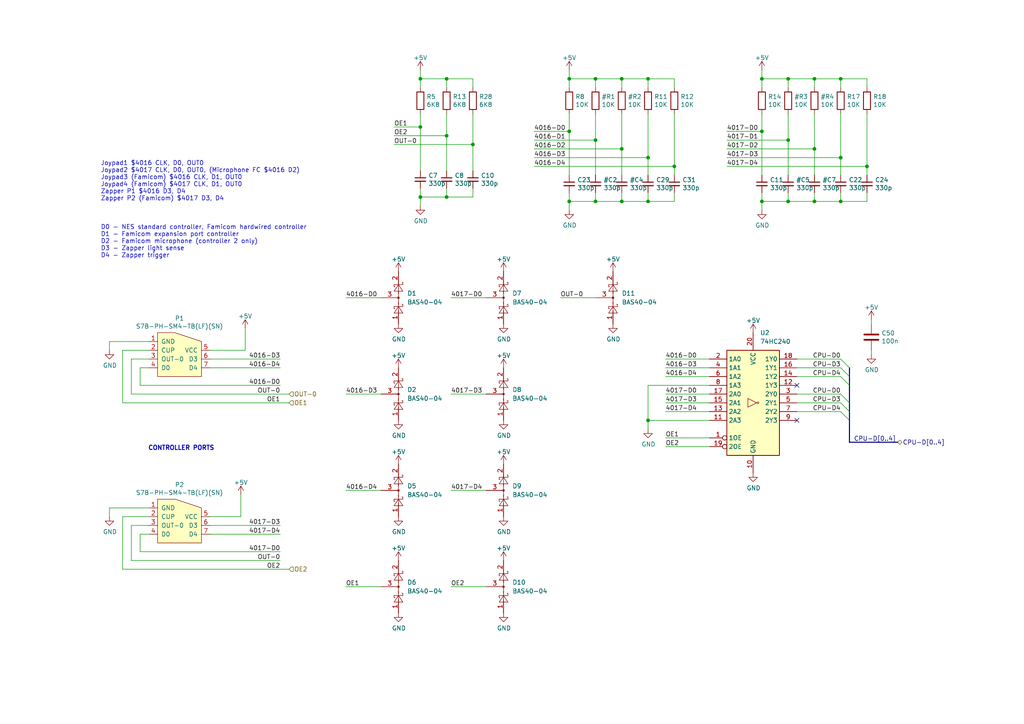
<source format=kicad_sch>
(kicad_sch (version 20211123) (generator eeschema)
  (paper "A4")
  (title_block (title "InGame-NES MMC3") (date "2022-08-10") (rev "2.1") (company "Late to the Game"))
  (lib_symbols
    (symbol "00Custom:NES-CONTROLLER_PORT" (pin_names (offset 1.016))
      (property "Reference" "P" (at -5.08 8.89 0))
      (property "Value" "NES-CONTROLLER_PORT" (at 0 -6.35 0))
      (symbol "NES-CONTROLLER_PORT_0_1"
        (polyline (pts (xy -6.35 7.62) (xy -6.35 -3.81)))
        (polyline (pts (xy -6.35 7.62) (xy -1.27 7.62) (xy 6.35 5.08) (xy 6.35 -5.08) (xy -6.35 -5.08) (xy -6.35 -3.81)) (fill (type background)))
      )
      (symbol "NES-CONTROLLER_PORT_1_1"
        (pin passive line (at -8.89 5.08 0) (length 2.54) (name "GND") (number "1"))
        (pin passive line (at -8.89 2.54 0) (length 2.54) (name "CUP") (number "2"))
        (pin passive line (at -8.89 0 0) (length 2.54) (name "OUT-0") (number "3"))
        (pin passive line (at -8.89 -2.54 0) (length 2.54) (name "D0") (number "4"))
        (pin passive line (at 8.89 2.54 180) (length 2.54) (name "VCC") (number "5"))
        (pin passive line (at 8.89 0 180) (length 2.54) (name "D3") (number "6"))
        (pin passive line (at 8.89 -2.54 180) (length 2.54) (name "D4") (number "7"))
      )
    )
    (symbol "74xx:74HC240"
      (property "Reference" "U" (at -7.62 16.51 0))
      (property "Value" "74HC240" (at -7.62 -16.51 0))
      (symbol "74HC240_1_0"
        (polyline (pts (xy 1.016 0) (xy -1.524 1.27) (xy -1.524 -1.27) (xy 1.016 0)) (stroke (width 0.1524)))
        (circle (center 1.397 0) (radius 0.254) (stroke (width 0.1524)))
        (pin input inverted (at -12.7 -10.16 0) (length 5.08) (name "1OE") (number "1"))
        (pin power_in line (at 0 -20.32 90) (length 5.08) (name "GND") (number "10"))
        (pin input line (at -12.7 -5.08 0) (length 5.08) (name "2A3") (number "11"))
        (pin tri_state line (at 12.7 5.08 180) (length 5.08) (name "1Y3") (number "12"))
        (pin input line (at -12.7 -2.54 0) (length 5.08) (name "2A2") (number "13"))
        (pin tri_state line (at 12.7 7.62 180) (length 5.08) (name "1Y2") (number "14"))
        (pin input line (at -12.7 0 0) (length 5.08) (name "2A1") (number "15"))
        (pin tri_state line (at 12.7 10.16 180) (length 5.08) (name "1Y1") (number "16"))
        (pin input line (at -12.7 2.54 0) (length 5.08) (name "2A0") (number "17"))
        (pin tri_state line (at 12.7 12.7 180) (length 5.08) (name "1Y0") (number "18"))
        (pin input inverted (at -12.7 -12.7 0) (length 5.08) (name "2OE") (number "19"))
        (pin input line (at -12.7 12.7 0) (length 5.08) (name "1A0") (number "2"))
        (pin power_in line (at 0 20.32 270) (length 5.08) (name "VCC") (number "20"))
        (pin tri_state line (at 12.7 2.54 180) (length 5.08) (name "2Y0") (number "3"))
        (pin input line (at -12.7 10.16 0) (length 5.08) (name "1A1") (number "4"))
        (pin tri_state line (at 12.7 0 180) (length 5.08) (name "2Y1") (number "5"))
        (pin input line (at -12.7 7.62 0) (length 5.08) (name "1A2") (number "6"))
        (pin tri_state line (at 12.7 -2.54 180) (length 5.08) (name "2Y2") (number "7"))
        (pin input line (at -12.7 5.08 0) (length 5.08) (name "1A3") (number "8"))
        (pin tri_state line (at 12.7 -5.08 180) (length 5.08) (name "2Y3") (number "9"))
      )
      (symbol "74HC240_1_1"
        (rectangle (start -7.62 15.24) (end 7.62 -15.24) (stroke (width 0.254)) (fill (type background)))
      )
    )
    (symbol "Connector_Generic:Conn_01x07" (pin_names (offset 1.016) hide)
      (property "Reference" "J" (at 0 10.16 0))
      (property "Value" "Conn_01x07" (at 0 -10.16 0))
      (symbol "Conn_01x07_1_1"
        (rectangle (start -1.27 -7.493) (end 0 -7.747) (stroke (width 0.1524)))
        (rectangle (start -1.27 -4.953) (end 0 -5.207) (stroke (width 0.1524)))
        (rectangle (start -1.27 -2.413) (end 0 -2.667) (stroke (width 0.1524)))
        (rectangle (start -1.27 0.127) (end 0 -0.127) (stroke (width 0.1524)))
        (rectangle (start -1.27 2.667) (end 0 2.413) (stroke (width 0.1524)))
        (rectangle (start -1.27 5.207) (end 0 4.953) (stroke (width 0.1524)))
        (rectangle (start -1.27 7.747) (end 0 7.493) (stroke (width 0.1524)))
        (rectangle (start -1.27 8.89) (end 1.27 -8.89) (stroke (width 0.254)) (fill (type background)))
        (pin passive line (at -5.08 7.62 0) (length 3.81) (name "Pin_1") (number "1"))
        (pin passive line (at -5.08 5.08 0) (length 3.81) (name "Pin_2") (number "2"))
        (pin passive line (at -5.08 2.54 0) (length 3.81) (name "Pin_3") (number "3"))
        (pin passive line (at -5.08 0 0) (length 3.81) (name "Pin_4") (number "4"))
        (pin passive line (at -5.08 -2.54 0) (length 3.81) (name "Pin_5") (number "5"))
        (pin passive line (at -5.08 -5.08 0) (length 3.81) (name "Pin_6") (number "6"))
        (pin passive line (at -5.08 -7.62 0) (length 3.81) (name "Pin_7") (number "7"))
      )
    )
    (symbol "Device:C" (pin_numbers hide) (pin_names (offset 0.254))
      (property "Reference" "C" (at 0.635 2.54 0))
      (property "Value" "C" (at 0.635 -2.54 0))
      (symbol "C_0_1"
        (polyline (pts (xy -2.032 -0.762) (xy 2.032 -0.762)) (stroke (width 0.508)))
        (polyline (pts (xy -2.032 0.762) (xy 2.032 0.762)) (stroke (width 0.508)))
      )
      (symbol "C_1_1"
        (pin passive line (at 0 3.81 270) (length 2.794) (name "~") (number "1"))
        (pin passive line (at 0 -3.81 90) (length 2.794) (name "~") (number "2"))
      )
    )
    (symbol "Device:C_Small" (pin_numbers hide) (pin_names (offset 0.254) hide)
      (property "Reference" "C" (at 0.254 1.778 0))
      (property "Value" "C_Small" (at 0.254 -2.032 0))
      (symbol "C_Small_0_1"
        (polyline (pts (xy -1.524 -0.508) (xy 1.524 -0.508)) (stroke (width 0.3302)))
        (polyline (pts (xy -1.524 0.508) (xy 1.524 0.508)) (stroke (width 0.3048)))
      )
      (symbol "C_Small_1_1"
        (pin passive line (at 0 2.54 270) (length 2.032) (name "~") (number "1"))
        (pin passive line (at 0 -2.54 90) (length 2.032) (name "~") (number "2"))
      )
    )
    (symbol "Device:R" (pin_numbers hide) (pin_names (offset 0))
      (property "Reference" "R" (at 2.032 0 90))
      (property "Value" "R" (at 0 0 90))
      (symbol "R_0_1"
        (rectangle (start -1.016 -2.54) (end 1.016 2.54) (stroke (width 0.254)))
      )
      (symbol "R_1_1"
        (pin passive line (at 0 3.81 270) (length 1.27) (name "~") (number "1"))
        (pin passive line (at 0 -3.81 90) (length 1.27) (name "~") (number "2"))
      )
    )
    (symbol "Diode:BAS40-04" (pin_names (offset 1.016))
      (property "Reference" "D" (at 0.635 -1.27 0))
      (property "Value" "BAS40-04" (at -6.35 5.715 0))
      (symbol "BAS40-04_0_1"
        (polyline (pts (xy -3.81 2.54) (xy -1.27 2.54)))
        (polyline (pts (xy -3.175 1.27) (xy -3.175 1.524)))
        (polyline (pts (xy -2.54 1.27) (xy -3.175 1.27)))
        (polyline (pts (xy -2.54 1.27) (xy -2.54 3.81)))
        (polyline (pts (xy -2.54 3.81) (xy -1.905 3.81)))
        (polyline (pts (xy -1.905 2.54) (xy 1.905 2.54)))
        (polyline (pts (xy -1.905 3.81) (xy -1.905 3.556)))
        (polyline (pts (xy 1.27 2.54) (xy 3.81 2.54)))
        (polyline (pts (xy 3.175 1.27) (xy 3.175 1.524)))
        (polyline (pts (xy 3.81 1.27) (xy 3.175 1.27)))
        (polyline (pts (xy 3.81 1.27) (xy 3.81 3.81)))
        (polyline (pts (xy 3.81 3.81) (xy 4.445 3.81)))
        (polyline (pts (xy 4.445 3.81) (xy 4.445 3.556)))
        (polyline (pts (xy -4.445 3.81) (xy -4.445 1.27) (xy -2.54 2.54) (xy -4.445 3.81)))
        (polyline (pts (xy 1.905 3.81) (xy 1.905 1.27) (xy 3.81 2.54) (xy 1.905 3.81)))
        (circle (center 0 2.54) (radius 0.254) (fill (type outline)))
      )
      (symbol "BAS40-04_1_1"
        (pin passive line (at -7.62 2.54 0) (length 3.81) (name "~") (number "1"))
        (pin passive line (at 7.62 2.54 180) (length 3.81) (name "~") (number "2"))
        (pin passive line (at 0 -2.54 90) (length 5.08) (name "~") (number "3"))
      )
    )
    (symbol "NES-CONTROLLER_PORT_1" (pin_names (offset 1.016))
      (property "Reference" "P" (at -5.08 8.89 0))
      (property "Value" "NES-CONTROLLER_PORT_1" (at 0 -6.35 0))
      (symbol "NES-CONTROLLER_PORT_1_0_1"
        (polyline (pts (xy -6.35 7.62) (xy -6.35 -3.81)))
        (polyline (pts (xy -6.35 7.62) (xy -1.27 7.62) (xy 6.35 5.08) (xy 6.35 -5.08) (xy -6.35 -5.08) (xy -6.35 -3.81)) (fill (type background)))
      )
      (symbol "NES-CONTROLLER_PORT_1_1_1"
        (pin passive line (at -8.89 5.08 0) (length 2.54) (name "GND") (number "1"))
        (pin passive line (at -8.89 2.54 0) (length 2.54) (name "CUP") (number "2"))
        (pin passive line (at -8.89 0 0) (length 2.54) (name "OUT-0") (number "3"))
        (pin passive line (at -8.89 -2.54 0) (length 2.54) (name "D0") (number "4"))
        (pin passive line (at 8.89 2.54 180) (length 2.54) (name "VCC") (number "5"))
        (pin passive line (at 8.89 0 180) (length 2.54) (name "D3") (number "6"))
        (pin passive line (at 8.89 -2.54 180) (length 2.54) (name "D4") (number "7"))
      )
    )
    (symbol "power:+5V" (power) (pin_names (offset 0))
      (property "Value" "+5V" (at 0 3.556 0))
      (symbol "+5V_0_1"
        (polyline (pts (xy -0.762 1.27) (xy 0 2.54)))
        (polyline (pts (xy 0 0) (xy 0 2.54)))
        (polyline (pts (xy 0 2.54) (xy 0.762 1.27)))
      )
      (symbol "+5V_1_1"
        (pin power_in line (at 0 0 90) (length 0) hide (name "+5V") (number "1"))
      )
    )
    (symbol "power:GND" (power) (pin_names (offset 0))
      (property "Value" "GND" (at 0 -3.81 0))
      (symbol "GND_0_1"
        (polyline (pts (xy 0 0) (xy 0 -1.27) (xy 1.27 -1.27) (xy 0 -2.54) (xy -1.27 -1.27) (xy 0 -1.27)))
      )
      (symbol "GND_1_1"
        (pin power_in line (at 0 0 270) (length 0) hide (name "GND") (number "1"))
      )
    )
  )
  (junction (at 243.84 58.42))
  (junction (at 187.96 45.72))
  (junction (at 236.22 58.42))
  (junction (at 137.16 41.91))
  (junction (at 243.84 22.86))
  (junction (at 121.92 57.15))
  (junction (at 172.72 58.42))
  (junction (at 165.1 58.42))
  (junction (at 172.72 40.64))
  (junction (at 187.96 58.42))
  (junction (at 220.98 38.1))
  (junction (at 236.22 43.18))
  (junction (at 180.34 43.18))
  (junction (at 180.34 22.86))
  (junction (at 180.34 58.42))
  (junction (at 129.54 57.15))
  (junction (at 172.72 22.86))
  (junction (at 228.6 40.64))
  (junction (at 129.54 39.37))
  (junction (at 236.22 22.86))
  (junction (at 195.58 48.26))
  (junction (at 121.92 22.86))
  (junction (at 220.98 58.42))
  (junction (at 129.54 22.86))
  (junction (at 187.96 22.86))
  (junction (at 251.46 48.26))
  (junction (at 220.98 22.86))
  (junction (at 228.6 22.86))
  (junction (at 165.1 38.1))
  (junction (at 228.6 58.42))
  (junction (at 243.84 45.72))
  (junction (at 165.1 22.86))
  (junction (at 187.96 121.92))
  (junction (at 121.92 36.83))
  (no_connect (at 231.14 111.76))
  (no_connect (at 231.14 121.92))
  (bus_entry (at 243.84 119.38) (size 2.54 2.54))
  (bus_entry (at 243.84 116.84) (size 2.54 2.54))
  (bus_entry (at 243.84 104.14) (size 2.54 2.54))
  (bus_entry (at 243.84 106.68) (size 2.54 2.54))
  (bus_entry (at 243.84 109.22) (size 2.54 2.54))
  (bus_entry (at 243.84 114.3) (size 2.54 2.54))
  (wire (pts (xy 100.33 86.36) (xy 110.49 86.36)))
  (wire (pts (xy 187.96 25.4) (xy 187.96 22.86)))
  (bus (pts (xy 246.38 111.76) (xy 246.38 116.84)))
  (wire (pts (xy 121.92 36.83) (xy 121.92 49.53)))
  (wire (pts (xy 180.34 43.18) (xy 154.94 43.18)))
  (wire (pts (xy 180.34 43.18) (xy 180.34 50.8)))
  (wire (pts (xy -10.16 118.11) (xy -21.59 118.11)))
  (wire (pts (xy 40.64 106.68) (xy 40.64 111.76)))
  (wire (pts (xy 193.04 127) (xy 205.74 127)))
  (wire (pts (xy 165.1 58.42) (xy 165.1 55.88)))
  (wire (pts (xy 114.3 36.83) (xy 121.92 36.83)))
  (wire (pts (xy 71.12 95.25) (xy 71.12 101.6)))
  (wire (pts (xy 180.34 22.86) (xy 180.34 25.4)))
  (wire (pts (xy 193.04 129.54) (xy 205.74 129.54)))
  (wire (pts (xy 137.16 41.91) (xy 137.16 49.53)))
  (wire (pts (xy 35.56 149.86) (xy 35.56 165.1)))
  (wire (pts (xy 251.46 58.42) (xy 251.46 55.88)))
  (wire (pts (xy 43.18 154.94) (xy 40.64 154.94)))
  (wire (pts (xy 193.04 106.68) (xy 205.74 106.68)))
  (wire (pts (xy 38.1 162.56) (xy 38.1 152.4)))
  (wire (pts (xy 40.64 111.76) (xy 81.28 111.76)))
  (wire (pts (xy 251.46 48.26) (xy 251.46 50.8)))
  (wire (pts (xy 129.54 39.37) (xy 129.54 49.53)))
  (wire (pts (xy -10.16 185.42) (xy -21.59 185.42)))
  (wire (pts (xy 187.96 121.92) (xy 187.96 111.76)))
  (wire (pts (xy 60.96 104.14) (xy 81.28 104.14)))
  (wire (pts (xy 236.22 55.88) (xy 236.22 58.42)))
  (wire (pts (xy 130.81 170.18) (xy 140.97 170.18)))
  (wire (pts (xy 187.96 45.72) (xy 187.96 50.8)))
  (wire (pts (xy 228.6 33.02) (xy 228.6 40.64)))
  (wire (pts (xy 31.75 99.06) (xy 43.18 99.06)))
  (wire (pts (xy 251.46 48.26) (xy 251.46 33.02)))
  (wire (pts (xy 195.58 58.42) (xy 195.58 55.88)))
  (wire (pts (xy 231.14 109.22) (xy 243.84 109.22)))
  (wire (pts (xy -21.59 180.34) (xy -10.16 180.34)))
  (wire (pts (xy 187.96 124.46) (xy 187.96 121.92)))
  (wire (pts (xy 193.04 119.38) (xy 205.74 119.38)))
  (wire (pts (xy 35.56 116.84) (xy 83.82 116.84)))
  (wire (pts (xy 243.84 22.86) (xy 251.46 22.86)))
  (wire (pts (xy 129.54 39.37) (xy 129.54 33.02)))
  (wire (pts (xy 210.82 48.26) (xy 251.46 48.26)))
  (wire (pts (xy 236.22 22.86) (xy 243.84 22.86)))
  (wire (pts (xy 165.1 38.1) (xy 165.1 33.02)))
  (wire (pts (xy 243.84 55.88) (xy 243.84 58.42)))
  (wire (pts (xy 187.96 58.42) (xy 195.58 58.42)))
  (wire (pts (xy -21.59 128.27) (xy -10.16 128.27)))
  (wire (pts (xy 220.98 38.1) (xy 220.98 33.02)))
  (wire (pts (xy 165.1 58.42) (xy 172.72 58.42)))
  (bus (pts (xy 246.38 121.92) (xy 246.38 128.27)))
  (wire (pts (xy 129.54 54.61) (xy 129.54 57.15)))
  (wire (pts (xy 195.58 25.4) (xy 195.58 22.86)))
  (wire (pts (xy 228.6 58.42) (xy 236.22 58.42)))
  (wire (pts (xy 187.96 45.72) (xy 187.96 33.02)))
  (wire (pts (xy 38.1 114.3) (xy 83.82 114.3)))
  (wire (pts (xy 236.22 43.18) (xy 210.82 43.18)))
  (wire (pts (xy -10.16 172.72) (xy -21.59 172.72)))
  (wire (pts (xy 129.54 25.4) (xy 129.54 22.86)))
  (wire (pts (xy 220.98 60.96) (xy 220.98 58.42)))
  (wire (pts (xy 243.84 106.68) (xy 231.14 106.68)))
  (wire (pts (xy 154.94 40.64) (xy 172.72 40.64)))
  (wire (pts (xy 243.84 45.72) (xy 243.84 33.02)))
  (wire (pts (xy 121.92 25.4) (xy 121.92 22.86)))
  (bus (pts (xy 246.38 119.38) (xy 246.38 121.92)))
  (wire (pts (xy 220.98 38.1) (xy 220.98 50.8)))
  (wire (pts (xy 154.94 45.72) (xy 187.96 45.72)))
  (wire (pts (xy 137.16 22.86) (xy 137.16 25.4)))
  (wire (pts (xy 236.22 22.86) (xy 236.22 25.4)))
  (wire (pts (xy 121.92 59.69) (xy 121.92 57.15)))
  (wire (pts (xy 193.04 109.22) (xy 205.74 109.22)))
  (wire (pts (xy 180.34 22.86) (xy 187.96 22.86)))
  (wire (pts (xy 187.96 111.76) (xy 205.74 111.76)))
  (wire (pts (xy 165.1 22.86) (xy 172.72 22.86)))
  (wire (pts (xy 243.84 104.14) (xy 231.14 104.14)))
  (wire (pts (xy 121.92 36.83) (xy 121.92 33.02)))
  (wire (pts (xy 172.72 55.88) (xy 172.72 58.42)))
  (bus (pts (xy 246.38 106.68) (xy 246.38 109.22)))
  (wire (pts (xy -10.16 125.73) (xy -21.59 125.73)))
  (wire (pts (xy 195.58 48.26) (xy 195.58 50.8)))
  (wire (pts (xy 228.6 40.64) (xy 210.82 40.64)))
  (wire (pts (xy 187.96 22.86) (xy 195.58 22.86)))
  (wire (pts (xy 210.82 45.72) (xy 243.84 45.72)))
  (wire (pts (xy 193.04 116.84) (xy 205.74 116.84)))
  (wire (pts (xy 154.94 48.26) (xy 195.58 48.26)))
  (wire (pts (xy 205.74 114.3) (xy 193.04 114.3)))
  (wire (pts (xy 165.1 20.32) (xy 165.1 22.86)))
  (wire (pts (xy 243.84 114.3) (xy 231.14 114.3)))
  (wire (pts (xy 165.1 22.86) (xy 165.1 25.4)))
  (wire (pts (xy 228.6 22.86) (xy 228.6 25.4)))
  (wire (pts (xy 43.18 101.6) (xy 35.56 101.6)))
  (wire (pts (xy 114.3 39.37) (xy 129.54 39.37)))
  (wire (pts (xy -10.16 175.26) (xy -21.59 175.26)))
  (wire (pts (xy 38.1 114.3) (xy 38.1 104.14)))
  (wire (pts (xy 165.1 38.1) (xy 154.94 38.1)))
  (wire (pts (xy 40.64 154.94) (xy 40.64 160.02)))
  (wire (pts (xy -10.16 182.88) (xy -21.59 182.88)))
  (wire (pts (xy 129.54 57.15) (xy 137.16 57.15)))
  (wire (pts (xy 187.96 55.88) (xy 187.96 58.42)))
  (wire (pts (xy 100.33 142.24) (xy 110.49 142.24)))
  (wire (pts (xy 220.98 20.32) (xy 220.98 22.86)))
  (wire (pts (xy 172.72 40.64) (xy 172.72 33.02)))
  (wire (pts (xy 31.75 149.86) (xy 31.75 147.32)))
  (wire (pts (xy 236.22 58.42) (xy 243.84 58.42)))
  (wire (pts (xy 172.72 40.64) (xy 172.72 50.8)))
  (wire (pts (xy 195.58 48.26) (xy 195.58 33.02)))
  (wire (pts (xy 220.98 38.1) (xy 210.82 38.1)))
  (wire (pts (xy 121.92 20.32) (xy 121.92 22.86)))
  (wire (pts (xy 236.22 43.18) (xy 236.22 50.8)))
  (wire (pts (xy 31.75 101.6) (xy 31.75 99.06)))
  (wire (pts (xy 35.56 101.6) (xy 35.56 116.84)))
  (wire (pts (xy 220.98 58.42) (xy 228.6 58.42)))
  (wire (pts (xy 60.96 149.86) (xy 69.85 149.86)))
  (wire (pts (xy 40.64 160.02) (xy 81.28 160.02)))
  (wire (pts (xy 243.84 45.72) (xy 243.84 50.8)))
  (wire (pts (xy 180.34 33.02) (xy 180.34 43.18)))
  (wire (pts (xy 252.73 92.71) (xy 252.73 93.98)))
  (wire (pts (xy 60.96 101.6) (xy 71.12 101.6)))
  (wire (pts (xy 130.81 142.24) (xy 140.97 142.24)))
  (wire (pts (xy -10.16 170.18) (xy -21.59 170.18)))
  (bus (pts (xy 246.38 116.84) (xy 246.38 119.38)))
  (wire (pts (xy 100.33 114.3) (xy 110.49 114.3)))
  (wire (pts (xy 228.6 55.88) (xy 228.6 58.42)))
  (wire (pts (xy 38.1 152.4) (xy 43.18 152.4)))
  (wire (pts (xy 38.1 104.14) (xy 43.18 104.14)))
  (wire (pts (xy 251.46 25.4) (xy 251.46 22.86)))
  (wire (pts (xy 205.74 104.14) (xy 193.04 104.14)))
  (wire (pts (xy -10.16 130.81) (xy -21.59 130.81)))
  (wire (pts (xy 121.92 57.15) (xy 121.92 54.61)))
  (wire (pts (xy 137.16 41.91) (xy 114.3 41.91)))
  (wire (pts (xy 187.96 121.92) (xy 205.74 121.92)))
  (wire (pts (xy 137.16 54.61) (xy 137.16 57.15)))
  (wire (pts (xy 172.72 22.86) (xy 172.72 25.4)))
  (wire (pts (xy 43.18 106.68) (xy 40.64 106.68)))
  (wire (pts (xy 236.22 33.02) (xy 236.22 43.18)))
  (wire (pts (xy 137.16 33.02) (xy 137.16 41.91)))
  (wire (pts (xy 228.6 22.86) (xy 236.22 22.86)))
  (wire (pts (xy 220.98 58.42) (xy 220.98 55.88)))
  (wire (pts (xy 130.81 86.36) (xy 140.97 86.36)))
  (wire (pts (xy -10.16 133.35) (xy -21.59 133.35)))
  (wire (pts (xy 172.72 58.42) (xy 180.34 58.42)))
  (wire (pts (xy 180.34 55.88) (xy 180.34 58.42)))
  (wire (pts (xy -10.16 123.19) (xy -21.59 123.19)))
  (wire (pts (xy 180.34 58.42) (xy 187.96 58.42)))
  (wire (pts (xy 231.14 119.38) (xy 243.84 119.38)))
  (wire (pts (xy -10.16 120.65) (xy -21.59 120.65)))
  (wire (pts (xy 43.18 149.86) (xy 35.56 149.86)))
  (wire (pts (xy 60.96 154.94) (xy 81.28 154.94)))
  (wire (pts (xy 243.84 25.4) (xy 243.84 22.86)))
  (wire (pts (xy -10.16 177.8) (xy -21.59 177.8)))
  (wire (pts (xy 31.75 147.32) (xy 43.18 147.32)))
  (wire (pts (xy 243.84 116.84) (xy 231.14 116.84)))
  (wire (pts (xy 220.98 22.86) (xy 228.6 22.86)))
  (wire (pts (xy 38.1 162.56) (xy 81.28 162.56)))
  (wire (pts (xy 243.84 58.42) (xy 251.46 58.42)))
  (bus (pts (xy 246.38 128.27) (xy 260.35 128.27)))
  (wire (pts (xy 35.56 165.1) (xy 83.82 165.1)))
  (wire (pts (xy 60.96 106.68) (xy 81.28 106.68)))
  (wire (pts (xy 100.33 170.18) (xy 110.49 170.18)))
  (wire (pts (xy 172.72 22.86) (xy 180.34 22.86)))
  (wire (pts (xy 228.6 40.64) (xy 228.6 50.8)))
  (wire (pts (xy 252.73 101.6) (xy 252.73 102.87)))
  (wire (pts (xy 129.54 22.86) (xy 137.16 22.86)))
  (bus (pts (xy 246.38 109.22) (xy 246.38 111.76)))
  (wire (pts (xy 165.1 60.96) (xy 165.1 58.42)))
  (wire (pts (xy 162.56 86.36) (xy 172.72 86.36)))
  (wire (pts (xy 130.81 114.3) (xy 140.97 114.3)))
  (wire (pts (xy 60.96 152.4) (xy 81.28 152.4)))
  (wire (pts (xy 121.92 57.15) (xy 129.54 57.15)))
  (wire (pts (xy 121.92 22.86) (xy 129.54 22.86)))
  (wire (pts (xy 220.98 22.86) (xy 220.98 25.4)))
  (wire (pts (xy 165.1 38.1) (xy 165.1 50.8)))
  (wire (pts (xy 69.85 143.51) (xy 69.85 149.86)))
  (text "Joypad1 $4016 CLK, D0, OUT0\nJoypad2 $4017 CLK, D0, OUT0, (Microphone FC $4016 D2)\nJoypad3 (Famicom) $4016 CLK, D1, OUT0\nJoypad4 (Famicom) $4017 CLK, D1, OUT0\nZapper P1 $4016 D3, D4\nZapper P2 (Famicom) $4017 D3, D4" (at 29.21 58.42 0) (effects (font (size 1.27 1.27)) (justify left bottom)))
  (text "CONTROLLER PORTS" (at 62.23 130.81 180) (effects (font (size 1.27 1.27) (thickness 0.254) bold) (justify right bottom)))
  (text "NES uses D0, D3, D4\nFAMICOM uses D0, D1, D2" (at -33.02 66.04 0) (effects (font (size 1.27 1.27)) (justify left bottom)))
  (text "D0 - NES standard controller, Famicom hardwired controller\nD1 - Famicom expansion port controller\nD2 - Famicom microphone (controller 2 only)\nD3 - Zapper light sense\nD4 - Zapper trigger" (at 29.21 74.93 0) (effects (font (size 1.27 1.27)) (justify left bottom)))
  (text "Controller connector\nJST_PH_S7B-PH-K_1x07_P2.00mm_Horizontal" (at -53.34 97.79 0) (effects (font (size 1.27 1.27)) (justify left bottom)))
  (text "Consider SNES ports too" (at -33.02 71.12 0) (effects (font (size 1.27 1.27)) (justify left bottom)))
  (label "4016-D4" (at 81.28 106.68 180))
  (label "4017-D4" (at 210.82 48.26 0))
  (label "4017-D1" (at 210.82 40.64 0))
  (label "4017-D4" (at 81.28 154.94 180))
  (label "4016-D0" (at 81.28 111.76 180))
  (label "4017-D3" (at 210.82 45.72 0))
  (label "OUT-0" (at 81.28 114.3 180))
  (label "4017-D4" (at -10.16 185.42 180))
  (label "4017-D3" (at 130.81 114.3 0))
  (label "OUT-0" (at 81.28 162.56 180))
  (label "4016-D4" (at 100.33 142.24 0))
  (label "OE1" (at 114.3 36.83 0))
  (label "CPU-D3" (at 243.84 106.68 180))
  (label "4016-D4" (at 154.94 48.26 0))
  (label "4017-D0" (at 81.28 160.02 180))
  (label "OUT-0" (at -10.16 175.26 180))
  (label "OE2" (at 193.04 129.54 0))
  (label "OUT-0" (at 162.56 86.36 0))
  (label "4017-D0" (at 193.04 114.3 0))
  (label "4016-D3" (at 154.94 45.72 0))
  (label "CPU-D0" (at 243.84 104.14 180))
  (label "OE1" (at 81.28 116.84 180))
  (label "4017-D0" (at -10.16 177.8 180))
  (label "4017-D0" (at 130.81 86.36 0))
  (label "OUT-0" (at 114.3 41.91 0))
  (label "4016-D0" (at -10.16 125.73 180))
  (label "4017-D3" (at 81.28 152.4 180))
  (label "4016-D3" (at -10.16 130.81 180))
  (label "4017-D4" (at 193.04 119.38 0))
  (label "OE1" (at 193.04 127 0))
  (label "4017-D2" (at 210.82 43.18 0))
  (label "OE1" (at -10.16 120.65 180))
  (label "4016-D0" (at 154.94 38.1 0))
  (label "4016-D2" (at 154.94 43.18 0))
  (label "4017-D3" (at -10.16 182.88 180))
  (label "CPU-D[0..4]" (at 247.65 128.27 0))
  (label "4017-D3" (at 193.04 116.84 0))
  (label "OUT-0" (at -10.16 123.19 180))
  (label "4017-D0" (at 210.82 38.1 0))
  (label "4017-D4" (at 130.81 142.24 0))
  (label "CPU-D0" (at 243.84 114.3 180))
  (label "CPU-D4" (at 243.84 109.22 180))
  (label "4016-D3" (at 100.33 114.3 0))
  (label "4016-D1" (at 154.94 40.64 0))
  (label "CPU-D4" (at 243.84 119.38 180))
  (label "OE2" (at 81.28 165.1 180))
  (label "4016-D3" (at 193.04 106.68 0))
  (label "4016-D0" (at 100.33 86.36 0))
  (label "OE2" (at -10.16 172.72 180))
  (label "OE2" (at 130.81 170.18 0))
  (label "CPU-D3" (at 243.84 116.84 180))
  (label "4016-D4" (at -10.16 133.35 180))
  (label "4016-D0" (at 193.04 104.14 0))
  (label "OE1" (at 100.33 170.18 0))
  (label "OE2" (at 114.3 39.37 0))
  (label "4016-D4" (at 193.04 109.22 0))
  (label "4016-D3" (at 81.28 104.14 180))
  (hierarchical_label "OUT-0" (shape input) (at 83.82 114.3 0))
  (hierarchical_label "OE1" (shape input) (at 83.82 116.84 0))
  (hierarchical_label "CPU-D[0..4]" (shape tri_state) (at 260.35 128.27 0))
  (hierarchical_label "OE2" (shape input) (at 83.82 165.1 0))
  (symbol (lib_id "00Custom:NES-CONTROLLER_PORT") (at 52.07 152.4 0) (unit 1)
    (property "Reference" "P2" (at 52.07 140.589 0))
    (property "Value" "S7B-PH-SM4-TB(LF)(SN)" (at 52.07 142.9004 0))
    (property "Footprint" "Connector_JST:JST_PH_S7B-PH-SM4-TB_1x07-1MP_P2.00mm_Horizontal" (effects hide))
    (property "Datasheet" "https://www.jst-mfg.com/product/pdf/eng/ePH.pdf" (effects hide))
    (property "Description" "CONN HEADER SMD R/A 7POS 2MM" (effects hide))
    (property "Digikey" "455-1754-1-ND" (effects hide))
    (property "MPN" "S7B-PH-SM4-TB(LF)(SN)" (effects hide))
  )
  (symbol (lib_id "Device:C_Small") (at 195.58 53.34 0) (unit 1)
    (property "Reference" "C31" (at 197.9168 52.1716 0) (effects (justify left)))
    (property "Value" "330p" (at 197.9168 54.483 0) (effects (justify left)))
    (property "Footprint" "Capacitor_SMD:C_0603_1608Metric_Pad1.08x0.95mm_HandSolder" (effects hide))
    (property "Description" "CAP CER 330PF 50V C0G/NP0 0603" (effects hide))
    (property "Digikey" "399-C0603C331J5GAC7867CT-ND" (effects hide))
    (property "MPN" "C0603C331J5GAC7867" (effects hide))
  )
  (symbol (lib_id "Device:C_Small") (at 187.96 53.34 0) (unit 1)
    (property "Reference" "C29" (at 190.2968 52.1716 0) (effects (justify left)))
    (property "Value" "330p" (at 190.2968 54.483 0) (effects (justify left)))
    (property "Footprint" "Capacitor_SMD:C_0603_1608Metric_Pad1.08x0.95mm_HandSolder" (effects hide))
    (property "Description" "CAP CER 330PF 50V C0G/NP0 0603" (effects hide))
    (property "Digikey" "399-C0603C331J5GAC7867CT-ND" (effects hide))
    (property "MPN" "C0603C331J5GAC7867" (effects hide))
  )
  (symbol (lib_id "Device:C_Small") (at 165.1 53.34 0) (unit 1)
    (property "Reference" "C23" (at 167.4368 52.1716 0) (effects (justify left)))
    (property "Value" "330p" (at 167.4368 54.483 0) (effects (justify left)))
    (property "Footprint" "Capacitor_SMD:C_0603_1608Metric_Pad1.08x0.95mm_HandSolder" (effects hide))
    (property "Description" "CAP CER 330PF 50V C0G/NP0 0603" (effects hide))
    (property "Digikey" "399-C0603C331J5GAC7867CT-ND" (effects hide))
    (property "MPN" "C0603C331J5GAC7867" (effects hide))
  )
  (symbol (lib_id "power:GND") (at 165.1 60.96 0) (unit 1)
    (property "Reference" "#PWR0109" (effects hide))
    (property "Value" "GND" (at 165.227 65.3542 0))
  )
  (symbol (lib_id "power:+5V") (at 220.98 20.32 0) (unit 1)
    (property "Reference" "#PWR0157" (effects hide))
    (property "Value" "+5V" (at 220.98 16.764 0))
  )
  (symbol (lib_id "Device:R") (at 220.98 29.21 0) (unit 1)
    (property "Reference" "R14" (at 222.758 28.0416 0) (effects (justify left)))
    (property "Value" "10K" (at 222.758 30.353 0) (effects (justify left)))
    (property "Footprint" "Resistor_SMD:R_0603_1608Metric_Pad0.98x0.95mm_HandSolder" (effects hide))
    (property "Description" "RES SMD 10K OHM 1% 1/10W 0603" (effects hide))
    (property "Digikey" "RMCF0603FT10K0CT-ND" (effects hide))
    (property "MPN" "RMCF0603FT10K0" (effects hide))
  )
  (symbol (lib_id "Device:R") (at 243.84 29.21 0) (unit 1)
    (property "Reference" "R17" (at 245.618 28.0416 0) (effects (justify left)))
    (property "Value" "10K" (at 245.618 30.353 0) (effects (justify left)))
    (property "Footprint" "Resistor_SMD:R_0603_1608Metric_Pad0.98x0.95mm_HandSolder" (effects hide))
    (property "Description" "RES SMD 10K OHM 1% 1/10W 0603" (effects hide))
    (property "Digikey" "RMCF0603FT10K0CT-ND" (effects hide))
    (property "MPN" "RMCF0603FT10K0" (effects hide))
  )
  (symbol (lib_id "Device:R") (at 251.46 29.21 0) (unit 1)
    (property "Reference" "R18" (at 253.238 28.0416 0) (effects (justify left)))
    (property "Value" "10K" (at 253.238 30.353 0) (effects (justify left)))
    (property "Footprint" "Resistor_SMD:R_0603_1608Metric_Pad0.98x0.95mm_HandSolder" (effects hide))
    (property "Description" "RES SMD 10K OHM 1% 1/10W 0603" (effects hide))
    (property "Digikey" "RMCF0603FT10K0CT-ND" (effects hide))
    (property "MPN" "RMCF0603FT10K0" (effects hide))
  )
  (symbol (lib_id "Device:R") (at 121.92 29.21 0) (unit 1)
    (property "Reference" "R5" (at 123.698 28.0416 0) (effects (justify left)))
    (property "Value" "6K8" (at 123.698 30.353 0) (effects (justify left)))
    (property "Footprint" "Resistor_SMD:R_0603_1608Metric_Pad0.98x0.95mm_HandSolder" (effects hide))
    (property "Description" "RES SMD 6.8K OHM 1% 1/10W 0603" (effects hide))
    (property "Digikey" "311-6.80KHRCT-ND" (effects hide))
    (property "MPN" "RMCF0603FT110RCT-ND" (effects hide))
  )
  (symbol (lib_id "Device:R") (at 129.54 29.21 0) (unit 1)
    (property "Reference" "R13" (at 131.318 28.0416 0) (effects (justify left)))
    (property "Value" "6K8" (at 131.318 30.353 0) (effects (justify left)))
    (property "Footprint" "Resistor_SMD:R_0603_1608Metric_Pad0.98x0.95mm_HandSolder" (effects hide))
    (property "Description" "RES SMD 6.8K OHM 1% 1/10W 0603" (effects hide))
    (property "Digikey" "311-6.80KHRCT-ND" (effects hide))
    (property "MPN" "RMCF0603FT110RCT-ND" (effects hide))
  )
  (symbol (lib_id "Device:C") (at 252.73 97.79 180) (unit 1)
    (property "Reference" "C50" (at 255.651 96.6216 0) (effects (justify right)))
    (property "Value" "100n" (at 255.651 98.933 0) (effects (justify right)))
    (property "Footprint" "Capacitor_SMD:C_0603_1608Metric_Pad1.08x0.95mm_HandSolder" (effects hide))
    (property "Description" "CAP CER 0.1UF 50V X7R 0603" (effects hide))
    (property "Digikey" "1276-CL10B104KB8WPNDCT-ND" (effects hide))
    (property "MPN" "CL10B104KB8WPND" (effects hide))
  )
  (symbol (lib_id "power:+5V") (at 252.73 92.71 0) (unit 1)
    (property "Reference" "#PWR0148" (effects hide))
    (property "Value" "+5V" (at 252.73 89.154 0))
  )
  (symbol (lib_id "power:GND") (at 252.73 102.87 0) (unit 1)
    (property "Reference" "#PWR0105" (effects hide))
    (property "Value" "GND" (at 252.857 107.2642 0))
  )
  (symbol (lib_id "power:+5V") (at 165.1 20.32 0) (unit 1)
    (property "Reference" "#PWR0159" (effects hide))
    (property "Value" "+5V" (at 165.1 16.764 0))
  )
  (symbol (lib_id "Device:R") (at 165.1 29.21 0) (unit 1)
    (property "Reference" "R8" (at 166.878 28.0416 0) (effects (justify left)))
    (property "Value" "10K" (at 166.878 30.353 0) (effects (justify left)))
    (property "Footprint" "Resistor_SMD:R_0603_1608Metric_Pad0.98x0.95mm_HandSolder" (effects hide))
    (property "Description" "RES SMD 10K OHM 1% 1/10W 0603" (effects hide))
    (property "Digikey" "RMCF0603FT10K0CT-ND" (effects hide))
    (property "MPN" "RMCF0603FT10K0" (effects hide))
  )
  (symbol (lib_id "Device:R") (at 187.96 29.21 0) (unit 1)
    (property "Reference" "R11" (at 189.738 28.0416 0) (effects (justify left)))
    (property "Value" "10K" (at 189.738 30.353 0) (effects (justify left)))
    (property "Footprint" "Resistor_SMD:R_0603_1608Metric_Pad0.98x0.95mm_HandSolder" (effects hide))
    (property "Description" "RES SMD 10K OHM 1% 1/10W 0603" (effects hide))
    (property "Digikey" "RMCF0603FT10K0CT-ND" (effects hide))
    (property "MPN" "RMCF0603FT10K0" (effects hide))
  )
  (symbol (lib_id "Device:R") (at 195.58 29.21 0) (unit 1)
    (property "Reference" "R12" (at 197.358 28.0416 0) (effects (justify left)))
    (property "Value" "10K" (at 197.358 30.353 0) (effects (justify left)))
    (property "Footprint" "Resistor_SMD:R_0603_1608Metric_Pad0.98x0.95mm_HandSolder" (effects hide))
    (property "Description" "RES SMD 10K OHM 1% 1/10W 0603" (effects hide))
    (property "Digikey" "RMCF0603FT10K0CT-ND" (effects hide))
    (property "MPN" "RMCF0603FT10K0" (effects hide))
  )
  (symbol (lib_id "Device:R") (at 137.16 29.21 0) (unit 1)
    (property "Reference" "R28" (at 138.938 28.0416 0) (effects (justify left)))
    (property "Value" "6K8" (at 138.938 30.353 0) (effects (justify left)))
    (property "Footprint" "Resistor_SMD:R_0603_1608Metric_Pad0.98x0.95mm_HandSolder" (effects hide))
    (property "Description" "RES SMD 6.8K OHM 1% 1/10W 0603" (effects hide))
    (property "Digikey" "311-6.80KHRCT-ND" (effects hide))
    (property "MPN" "RMCF0603FT110RCT-ND" (effects hide))
  )
  (symbol (lib_id "Device:C_Small") (at 137.16 52.07 0) (unit 1)
    (property "Reference" "C10" (at 139.4968 50.9016 0) (effects (justify left)))
    (property "Value" "330p" (at 139.4968 53.213 0) (effects (justify left)))
    (property "Footprint" "Capacitor_SMD:C_0603_1608Metric_Pad1.08x0.95mm_HandSolder" (effects hide))
    (property "Description" "CAP CER 330PF 50V C0G/NP0 0603" (effects hide))
    (property "Digikey" "399-C0603C331J5GAC7867CT-ND" (effects hide))
    (property "MPN" "C0603C331J5GAC7867" (effects hide))
  )
  (symbol (lib_id "Device:C_Small") (at 129.54 52.07 0) (unit 1)
    (property "Reference" "C8" (at 131.8768 50.9016 0) (effects (justify left)))
    (property "Value" "330p" (at 131.8768 53.213 0) (effects (justify left)))
    (property "Footprint" "Capacitor_SMD:C_0603_1608Metric_Pad1.08x0.95mm_HandSolder" (effects hide))
    (property "Description" "CAP CER 330PF 50V C0G/NP0 0603" (effects hide))
    (property "Digikey" "399-C0603C331J5GAC7867CT-ND" (effects hide))
    (property "MPN" "C0603C331J5GAC7867" (effects hide))
  )
  (symbol (lib_id "Device:C_Small") (at 121.92 52.07 0) (unit 1)
    (property "Reference" "C7" (at 124.2568 50.9016 0) (effects (justify left)))
    (property "Value" "330p" (at 124.2568 53.213 0) (effects (justify left)))
    (property "Footprint" "Capacitor_SMD:C_0603_1608Metric_Pad1.08x0.95mm_HandSolder" (effects hide))
    (property "Description" "CAP CER 330PF 50V C0G/NP0 0603" (effects hide))
    (property "Digikey" "399-C0603C331J5GAC7867CT-ND" (effects hide))
    (property "MPN" "C0603C331J5GAC7867" (effects hide))
  )
  (symbol (lib_id "power:GND") (at 121.92 59.69 0) (unit 1)
    (property "Reference" "#PWR0110" (effects hide))
    (property "Value" "GND" (at 122.047 64.0842 0))
  )
  (symbol (lib_id "power:+5V") (at 121.92 20.32 0) (unit 1)
    (property "Reference" "#PWR0142" (effects hide))
    (property "Value" "+5V" (at 121.92 16.764 0))
  )
  (symbol (lib_id "power:GND") (at 31.75 149.86 0) (unit 1)
    (property "Reference" "#PWR0113" (effects hide))
    (property "Value" "GND" (at 31.877 154.2542 0))
  )
  (symbol (lib_id "power:+5V") (at 69.85 143.51 0) (unit 1)
    (property "Reference" "#PWR0143" (effects hide))
    (property "Value" "+5V" (at 69.85 139.954 0))
  )
  (symbol (lib_id "Connector_Generic:Conn_01x07") (at -26.67 177.8 0) (mirror y) (unit 1) (in_bom no)
    (property "Reference" "J4" (at -24.5872 164.6682 0))
    (property "Value" "S7B-PH-K-S(LF)(SN)" (at -24.5872 166.9796 0))
    (property "Footprint" "Connector_JST:JST_PH_S7B-PH-K_1x07_P2.00mm_Horizontal" (effects hide))
    (property "Description" "CONN HEADER R/A 7POS 2MM" (effects hide))
    (property "Digikey" "455-1724-ND" (effects hide))
    (property "MPN" "S7B-PH-K-S(LF)(SN)" (effects hide))
  )
  (symbol (lib_id "power:GND") (at -10.16 170.18 90) (unit 1)
    (property "Reference" "#PWR0194" (effects hide))
    (property "Value" "GND" (at -6.9088 170.053 90) (effects (justify right)))
  )
  (symbol (lib_id "power:+5V") (at -10.16 180.34 270) (unit 1)
    (property "Reference" "#PWR0145" (effects hide))
    (property "Value" "+5V" (at -6.604 180.34 0))
  )
  (symbol (lib_id "Connector_Generic:Conn_01x07") (at -26.67 125.73 0) (mirror y) (unit 1) (in_bom no)
    (property "Reference" "J3" (at -24.5872 112.5982 0))
    (property "Value" "S7B-PH-K-S(LF)(SN)" (at -24.5872 114.9096 0))
    (property "Footprint" "Connector_JST:JST_PH_S7B-PH-K_1x07_P2.00mm_Horizontal" (effects hide))
    (property "Description" "CONN HEADER R/A 7POS 2MM" (effects hide))
    (property "Digikey" "455-1724-ND" (effects hide))
    (property "MPN" "S7B-PH-K-S(LF)(SN)" (effects hide))
  )
  (symbol (lib_id "power:GND") (at -10.16 118.11 90) (unit 1)
    (property "Reference" "#PWR0196" (effects hide))
    (property "Value" "GND" (at -6.9088 117.983 90) (effects (justify right)))
  )
  (symbol (lib_id "power:+5V") (at -10.16 128.27 270) (unit 1)
    (property "Reference" "#PWR0146" (effects hide))
    (property "Value" "+5V" (at -6.604 128.27 0))
  )
  (symbol (lib_id "Device:C_Small") (at 251.46 53.34 0) (unit 1)
    (property "Reference" "C24" (at 253.7968 52.1716 0) (effects (justify left)))
    (property "Value" "330p" (at 253.7968 54.483 0) (effects (justify left)))
    (property "Footprint" "Capacitor_SMD:C_0603_1608Metric_Pad1.08x0.95mm_HandSolder" (effects hide))
    (property "Description" "CAP CER 330PF 50V C0G/NP0 0603" (effects hide))
    (property "Digikey" "399-C0603C331J5GAC7867CT-ND" (effects hide))
    (property "MPN" "C0603C331J5GAC7867" (effects hide))
  )
  (symbol (lib_id "Device:C_Small") (at 243.84 53.34 0) (unit 1)
    (property "Reference" "C22" (at 246.1768 52.1716 0) (effects (justify left)))
    (property "Value" "330p" (at 246.1768 54.483 0) (effects (justify left)))
    (property "Footprint" "Capacitor_SMD:C_0603_1608Metric_Pad1.08x0.95mm_HandSolder" (effects hide))
    (property "Description" "CAP CER 330PF 50V C0G/NP0 0603" (effects hide))
    (property "Digikey" "399-C0603C331J5GAC7867CT-ND" (effects hide))
    (property "MPN" "C0603C331J5GAC7867" (effects hide))
  )
  (symbol (lib_id "Device:C_Small") (at 220.98 53.34 0) (unit 1)
    (property "Reference" "C11" (at 223.3168 52.1716 0) (effects (justify left)))
    (property "Value" "330p" (at 223.3168 54.483 0) (effects (justify left)))
    (property "Footprint" "Capacitor_SMD:C_0603_1608Metric_Pad1.08x0.95mm_HandSolder" (effects hide))
    (property "Description" "CAP CER 330PF 50V C0G/NP0 0603" (effects hide))
    (property "Digikey" "399-C0603C331J5GAC7867CT-ND" (effects hide))
    (property "MPN" "C0603C331J5GAC7867" (effects hide))
  )
  (symbol (lib_id "power:GND") (at 220.98 60.96 0) (unit 1)
    (property "Reference" "#PWR0119" (effects hide))
    (property "Value" "GND" (at 221.107 65.3542 0))
  )
  (symbol (lib_name "NES-CONTROLLER_PORT_1") (lib_id "00Custom:NES-CONTROLLER_PORT") (at 52.07 104.14 0) (unit 1)
    (property "Reference" "P1" (at 52.07 92.329 0))
    (property "Value" "S7B-PH-SM4-TB(LF)(SN)" (at 52.07 94.6404 0))
    (property "Footprint" "Connector_JST:JST_PH_S7B-PH-SM4-TB_1x07-1MP_P2.00mm_Horizontal" (effects hide))
    (property "Datasheet" "https://www.jst-mfg.com/product/pdf/eng/ePH.pdf" (effects hide))
    (property "Description" "CONN HEADER SMD R/A 7POS 2MM" (effects hide))
    (property "Digikey" "455-1754-1-ND" (effects hide))
    (property "MPN" "S7B-PH-SM4-TB(LF)(SN)" (effects hide))
  )
  (symbol (lib_id "power:GND") (at 31.75 101.6 0) (unit 1)
    (property "Reference" "#PWR0124" (effects hide))
    (property "Value" "GND" (at 31.877 105.9942 0))
  )
  (symbol (lib_id "power:+5V") (at 71.12 95.25 0) (unit 1)
    (property "Reference" "#PWR0144" (effects hide))
    (property "Value" "+5V" (at 71.12 91.694 0))
  )
  (symbol (lib_id "Diode:BAS40-04") (at 113.03 86.36 270) (mirror x) (unit 1)
    (property "Reference" "D1" (at 118.11 85.0899 90) (effects (justify left)))
    (property "Value" "BAS40-04" (at 118.11 87.6299 90) (effects (justify left)))
    (property "Footprint" "Package_TO_SOT_SMD:SOT-23_Handsoldering" (effects hide))
    (property "Datasheet" "http://www.vishay.com/docs/85701/bas40v.pdf" (effects hide))
    (property "Description" "DIODE ARRAY SCHOTTKY 40V SOT23" (effects hide))
    (property "Digikey" "BAS40-04TPMSCT-ND" (effects hide))
    (property "MPN" "BAS40-04-TP" (effects hide))
  )
  (symbol (lib_id "power:+5V") (at 146.05 78.74 0) (unit 1)
    (property "Reference" "#PWR0213" (effects hide))
    (property "Value" "+5V" (at 146.05 75.184 0))
  )
  (symbol (lib_id "power:+5V") (at 115.57 162.56 0) (unit 1)
    (property "Reference" "#PWR0244" (effects hide))
    (property "Value" "+5V" (at 115.57 159.004 0))
  )
  (symbol (lib_id "power:GND") (at 115.57 93.98 0) (unit 1)
    (property "Reference" "#PWR0242" (effects hide))
    (property "Value" "GND" (at 115.697 98.3742 0))
  )
  (symbol (lib_id "Device:C_Small") (at 172.72 53.34 0) (unit 1)
    (property "Reference" "#C2" (at 175.0568 52.1716 0) (effects (justify left)))
    (property "Value" "330p" (at 175.0568 54.483 0) (effects (justify left)))
    (property "Footprint" "Capacitor_SMD:C_0402_1005Metric" (effects hide))
  )
  (symbol (lib_id "Diode:BAS40-04") (at 143.51 142.24 270) (mirror x) (unit 1)
    (property "Reference" "D9" (at 148.59 140.9699 90) (effects (justify left)))
    (property "Value" "BAS40-04" (at 148.59 143.5099 90) (effects (justify left)))
    (property "Footprint" "Package_TO_SOT_SMD:SOT-23_Handsoldering" (effects hide))
    (property "Datasheet" "http://www.vishay.com/docs/85701/bas40v.pdf" (effects hide))
    (property "Description" "DIODE ARRAY SCHOTTKY 40V SOT23" (effects hide))
    (property "Digikey" "BAS40-04TPMSCT-ND" (effects hide))
    (property "MPN" "BAS40-04-TP" (effects hide))
  )
  (symbol (lib_id "power:GND") (at 146.05 177.8 0) (unit 1)
    (property "Reference" "#PWR0247" (effects hide))
    (property "Value" "GND" (at 146.177 182.1942 0))
  )
  (symbol (lib_id "Device:C_Small") (at 228.6 53.34 0) (unit 1)
    (property "Reference" "#C5" (at 230.9368 52.1716 0) (effects (justify left)))
    (property "Value" "330p" (at 230.9368 54.483 0) (effects (justify left)))
    (property "Footprint" "Capacitor_SMD:C_0402_1005Metric" (effects hide))
  )
  (symbol (lib_id "power:+5V") (at 115.57 78.74 0) (unit 1)
    (property "Reference" "#PWR0234" (effects hide))
    (property "Value" "+5V" (at 115.57 75.184 0))
  )
  (symbol (lib_id "Diode:BAS40-04") (at 175.26 86.36 270) (mirror x) (unit 1)
    (property "Reference" "D11" (at 180.34 85.0899 90) (effects (justify left)))
    (property "Value" "BAS40-04" (at 180.34 87.6299 90) (effects (justify left)))
    (property "Footprint" "Package_TO_SOT_SMD:SOT-23_Handsoldering" (effects hide))
    (property "Datasheet" "http://www.vishay.com/docs/85701/bas40v.pdf" (effects hide))
    (property "Description" "DIODE ARRAY SCHOTTKY 40V SOT23" (effects hide))
    (property "Digikey" "BAS40-04TPMSCT-ND" (effects hide))
    (property "MPN" "BAS40-04-TP" (effects hide))
  )
  (symbol (lib_id "Device:R") (at 180.34 29.21 0) (unit 1)
    (property "Reference" "#R2" (at 182.118 28.0416 0) (effects (justify left)))
    (property "Value" "10K" (at 182.118 30.353 0) (effects (justify left)))
    (property "Footprint" "Resistor_SMD:R_0402_1005Metric" (effects hide))
    (property "Description" "RES SMD 10K OHM 1% 1/10W 0402" (effects hide))
    (property "QOH" "5000" (effects hide))
  )
  (symbol (lib_id "power:+5V") (at 146.05 106.68 0) (unit 1)
    (property "Reference" "#PWR0246" (effects hide))
    (property "Value" "+5V" (at 146.05 103.124 0))
  )
  (symbol (lib_id "Diode:BAS40-04") (at 143.51 114.3 270) (mirror x) (unit 1)
    (property "Reference" "D8" (at 148.59 113.0299 90) (effects (justify left)))
    (property "Value" "BAS40-04" (at 148.59 115.5699 90) (effects (justify left)))
    (property "Footprint" "Package_TO_SOT_SMD:SOT-23_Handsoldering" (effects hide))
    (property "Datasheet" "http://www.vishay.com/docs/85701/bas40v.pdf" (effects hide))
    (property "Description" "DIODE ARRAY SCHOTTKY 40V SOT23" (effects hide))
    (property "Digikey" "BAS40-04TPMSCT-ND" (effects hide))
    (property "MPN" "BAS40-04-TP" (effects hide))
  )
  (symbol (lib_id "power:GND") (at 218.44 137.16 0) (unit 1)
    (property "Reference" "#PWR0153" (effects hide))
    (property "Value" "GND" (at 218.567 141.5542 0))
  )
  (symbol (lib_id "Device:R") (at 172.72 29.21 0) (unit 1)
    (property "Reference" "#R1" (at 174.498 28.0416 0) (effects (justify left)))
    (property "Value" "10K" (at 174.498 30.353 0) (effects (justify left)))
    (property "Footprint" "Resistor_SMD:R_0402_1005Metric" (effects hide))
    (property "Description" "RES SMD 10K OHM 1% 1/10W 0402" (effects hide))
    (property "QOH" "5000" (effects hide))
  )
  (symbol (lib_id "Device:R") (at 236.22 29.21 0) (unit 1)
    (property "Reference" "#R4" (at 237.998 28.0416 0) (effects (justify left)))
    (property "Value" "10K" (at 237.998 30.353 0) (effects (justify left)))
    (property "Footprint" "Resistor_SMD:R_0402_1005Metric" (effects hide))
    (property "Description" "RES SMD 10K OHM 1% 1/10W 0402" (effects hide))
    (property "QOH" "5000" (effects hide))
  )
  (symbol (lib_id "power:+5V") (at 218.44 96.52 0) (unit 1)
    (property "Reference" "#PWR0154" (effects hide))
    (property "Value" "+5V" (at 218.44 92.964 0))
  )
  (symbol (lib_id "Device:R") (at 228.6 29.21 0) (unit 1)
    (property "Reference" "#R3" (at 230.378 28.0416 0) (effects (justify left)))
    (property "Value" "10K" (at 230.378 30.353 0) (effects (justify left)))
    (property "Footprint" "Resistor_SMD:R_0402_1005Metric" (effects hide))
    (property "Description" "RES SMD 10K OHM 1% 1/10W 0402" (effects hide))
    (property "QOH" "5000" (effects hide))
  )
  (symbol (lib_id "Device:C_Small") (at 180.34 53.34 0) (unit 1)
    (property "Reference" "#C4" (at 182.6768 52.1716 0) (effects (justify left)))
    (property "Value" "330p" (at 182.6768 54.483 0) (effects (justify left)))
    (property "Footprint" "Capacitor_SMD:C_0402_1005Metric" (effects hide))
  )
  (symbol (lib_id "power:+5V") (at 115.57 106.68 0) (unit 1)
    (property "Reference" "#PWR0241" (effects hide))
    (property "Value" "+5V" (at 115.57 103.124 0))
  )
  (symbol (lib_id "power:GND") (at 146.05 93.98 0) (unit 1)
    (property "Reference" "#PWR0245" (effects hide))
    (property "Value" "GND" (at 146.177 98.3742 0))
  )
  (symbol (lib_id "power:GND") (at 187.96 124.46 0) (unit 1)
    (property "Reference" "#PWR0150" (effects hide))
    (property "Value" "GND" (at 188.087 128.8542 0))
  )
  (symbol (lib_id "Diode:BAS40-04") (at 143.51 86.36 270) (mirror x) (unit 1)
    (property "Reference" "D7" (at 148.59 85.0899 90) (effects (justify left)))
    (property "Value" "BAS40-04" (at 148.59 87.6299 90) (effects (justify left)))
    (property "Footprint" "Package_TO_SOT_SMD:SOT-23_Handsoldering" (effects hide))
    (property "Datasheet" "http://www.vishay.com/docs/85701/bas40v.pdf" (effects hide))
    (property "Description" "DIODE ARRAY SCHOTTKY 40V SOT23" (effects hide))
    (property "Digikey" "BAS40-04TPMSCT-ND" (effects hide))
    (property "MPN" "BAS40-04-TP" (effects hide))
  )
  (symbol (lib_id "power:GND") (at 115.57 149.86 0) (unit 1)
    (property "Reference" "#PWR0239" (effects hide))
    (property "Value" "GND" (at 115.697 154.2542 0))
  )
  (symbol (lib_id "Diode:BAS40-04") (at 143.51 170.18 270) (mirror x) (unit 1)
    (property "Reference" "D10" (at 148.59 168.9099 90) (effects (justify left)))
    (property "Value" "BAS40-04" (at 148.59 171.4499 90) (effects (justify left)))
    (property "Footprint" "Package_TO_SOT_SMD:SOT-23_Handsoldering" (effects hide))
    (property "Datasheet" "http://www.vishay.com/docs/85701/bas40v.pdf" (effects hide))
    (property "Description" "DIODE ARRAY SCHOTTKY 40V SOT23" (effects hide))
    (property "Digikey" "BAS40-04TPMSCT-ND" (effects hide))
    (property "MPN" "BAS40-04-TP" (effects hide))
  )
  (symbol (lib_id "power:+5V") (at 177.8 78.74 0) (unit 1)
    (property "Reference" "#PWR0123" (effects hide))
    (property "Value" "+5V" (at 177.8 75.184 0))
  )
  (symbol (lib_id "Diode:BAS40-04") (at 113.03 142.24 270) (mirror x) (unit 1)
    (property "Reference" "D5" (at 118.11 140.9699 90) (effects (justify left)))
    (property "Value" "BAS40-04" (at 118.11 143.5099 90) (effects (justify left)))
    (property "Footprint" "Package_TO_SOT_SMD:SOT-23_Handsoldering" (effects hide))
    (property "Datasheet" "http://www.vishay.com/docs/85701/bas40v.pdf" (effects hide))
    (property "Description" "DIODE ARRAY SCHOTTKY 40V SOT23" (effects hide))
    (property "Digikey" "BAS40-04TPMSCT-ND" (effects hide))
    (property "MPN" "BAS40-04-TP" (effects hide))
  )
  (symbol (lib_id "power:+5V") (at 115.57 134.62 0) (unit 1)
    (property "Reference" "#PWR0238" (effects hide))
    (property "Value" "+5V" (at 115.57 131.064 0))
  )
  (symbol (lib_id "power:GND") (at 115.57 177.8 0) (unit 1)
    (property "Reference" "#PWR0243" (effects hide))
    (property "Value" "GND" (at 115.697 182.1942 0))
  )
  (symbol (lib_id "power:GND") (at 115.57 121.92 0) (unit 1)
    (property "Reference" "#PWR0240" (effects hide))
    (property "Value" "GND" (at 115.697 126.3142 0))
  )
  (symbol (lib_id "74xx:74HC240") (at 218.44 116.84 0) (unit 1)
    (property "Reference" "U2" (at 220.4594 96.52 0) (effects (justify left)))
    (property "Value" "74HC240" (at 220.4594 99.06 0) (effects (justify left)))
    (property "Footprint" "Package_SO:TSSOP-20_4.4x6.5mm_P0.65mm" (effects hide))
    (property "Datasheet" "https://assets.nexperia.com/documents/data-sheet/74HC_HCT240.pdf" (effects hide))
    (property "Description" "IC BUFFER INVERT 6V 20TSSOP" (effects hide))
    (property "Digikey" "296-8269-1-ND" (effects hide))
    (property "MPN" "SN74HC240PWR" (effects hide))
  )
  (symbol (lib_id "power:+5V") (at 146.05 134.62 0) (unit 1)
    (property "Reference" "#PWR0235" (effects hide))
    (property "Value" "+5V" (at 146.05 131.064 0))
  )
  (symbol (lib_id "power:GND") (at 177.8 93.98 0) (unit 1)
    (property "Reference" "#PWR0106" (effects hide))
    (property "Value" "GND" (at 177.927 98.3742 0))
  )
  (symbol (lib_id "Diode:BAS40-04") (at 113.03 170.18 270) (mirror x) (unit 1)
    (property "Reference" "D6" (at 118.11 168.9099 90) (effects (justify left)))
    (property "Value" "BAS40-04" (at 118.11 171.4499 90) (effects (justify left)))
    (property "Footprint" "Package_TO_SOT_SMD:SOT-23_Handsoldering" (effects hide))
    (property "Datasheet" "http://www.vishay.com/docs/85701/bas40v.pdf" (effects hide))
    (property "Description" "DIODE ARRAY SCHOTTKY 40V SOT23" (effects hide))
    (property "Digikey" "BAS40-04TPMSCT-ND" (effects hide))
    (property "MPN" "BAS40-04-TP" (effects hide))
  )
  (symbol (lib_id "power:GND") (at 146.05 121.92 0) (unit 1)
    (property "Reference" "#PWR0237" (effects hide))
    (property "Value" "GND" (at 146.177 126.3142 0))
  )
  (symbol (lib_id "power:GND") (at 146.05 149.86 0) (unit 1)
    (property "Reference" "#PWR0236" (effects hide))
    (property "Value" "GND" (at 146.177 154.2542 0))
  )
  (symbol (lib_id "power:+5V") (at 146.05 162.56 0) (unit 1)
    (property "Reference" "#PWR0248" (effects hide))
    (property "Value" "+5V" (at 146.05 159.004 0))
  )
  (symbol (lib_id "Diode:BAS40-04") (at 113.03 114.3 270) (mirror x) (unit 1)
    (property "Reference" "D2" (at 118.11 113.0299 90) (effects (justify left)))
    (property "Value" "BAS40-04" (at 118.11 115.5699 90) (effects (justify left)))
    (property "Footprint" "Package_TO_SOT_SMD:SOT-23_Handsoldering" (effects hide))
    (property "Datasheet" "http://www.vishay.com/docs/85701/bas40v.pdf" (effects hide))
    (property "Description" "DIODE ARRAY SCHOTTKY 40V SOT23" (effects hide))
    (property "Digikey" "BAS40-04TPMSCT-ND" (effects hide))
    (property "MPN" "BAS40-04-TP" (effects hide))
  )
  (symbol (lib_id "Device:C_Small") (at 236.22 53.34 0) (unit 1)
    (property "Reference" "#C7" (at 238.5568 52.1716 0) (effects (justify left)))
    (property "Value" "330p" (at 238.5568 54.483 0) (effects (justify left)))
    (property "Footprint" "Capacitor_SMD:C_0402_1005Metric" (effects hide))
  )
)
</source>
